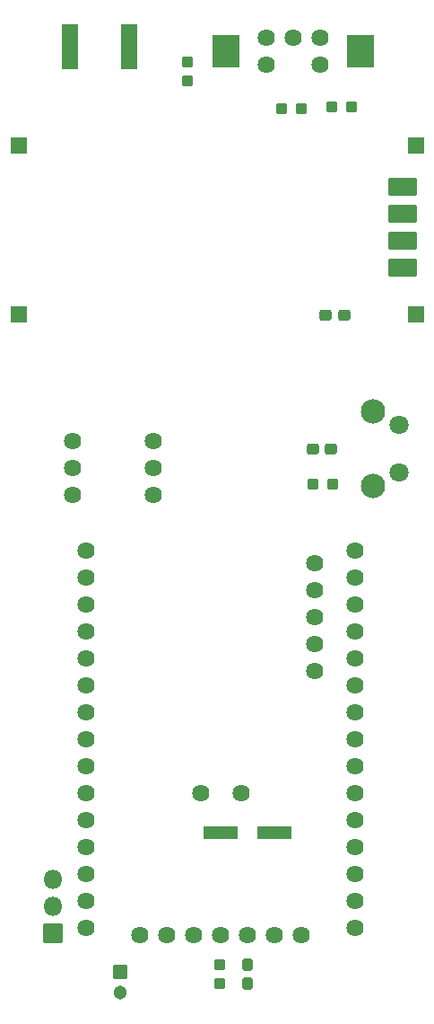
<source format=gbs>
G04 #@! TF.GenerationSoftware,KiCad,Pcbnew,6.0.11+dfsg-1*
G04 #@! TF.CreationDate,2024-11-16T17:39:08+02:00*
G04 #@! TF.ProjectId,lora_tracker,6c6f7261-5f74-4726-9163-6b65722e6b69,rev?*
G04 #@! TF.SameCoordinates,Original*
G04 #@! TF.FileFunction,Soldermask,Bot*
G04 #@! TF.FilePolarity,Negative*
%FSLAX46Y46*%
G04 Gerber Fmt 4.6, Leading zero omitted, Abs format (unit mm)*
G04 Created by KiCad (PCBNEW 6.0.11+dfsg-1) date 2024-11-16 17:39:08*
%MOMM*%
%LPD*%
G01*
G04 APERTURE LIST*
G04 Aperture macros list*
%AMRoundRect*
0 Rectangle with rounded corners*
0 $1 Rounding radius*
0 $2 $3 $4 $5 $6 $7 $8 $9 X,Y pos of 4 corners*
0 Add a 4 corners polygon primitive as box body*
4,1,4,$2,$3,$4,$5,$6,$7,$8,$9,$2,$3,0*
0 Add four circle primitives for the rounded corners*
1,1,$1+$1,$2,$3*
1,1,$1+$1,$4,$5*
1,1,$1+$1,$6,$7*
1,1,$1+$1,$8,$9*
0 Add four rect primitives between the rounded corners*
20,1,$1+$1,$2,$3,$4,$5,0*
20,1,$1+$1,$4,$5,$6,$7,0*
20,1,$1+$1,$6,$7,$8,$9,0*
20,1,$1+$1,$8,$9,$2,$3,0*%
G04 Aperture macros list end*
%ADD10RoundRect,0.051000X-0.600000X0.600000X-0.600000X-0.600000X0.600000X-0.600000X0.600000X0.600000X0*%
%ADD11C,1.302000*%
%ADD12C,2.302000*%
%ADD13C,1.802000*%
%ADD14C,1.626000*%
%ADD15RoundRect,0.051000X-1.250000X1.500000X-1.250000X-1.500000X1.250000X-1.500000X1.250000X1.500000X0*%
%ADD16RoundRect,0.051000X0.850000X0.850000X-0.850000X0.850000X-0.850000X-0.850000X0.850000X-0.850000X0*%
%ADD17O,1.802000X1.802000*%
%ADD18RoundRect,0.051000X0.675000X2.100000X-0.675000X2.100000X-0.675000X-2.100000X0.675000X-2.100000X0*%
%ADD19RoundRect,0.051000X0.750000X0.750000X-0.750000X0.750000X-0.750000X-0.750000X0.750000X-0.750000X0*%
%ADD20RoundRect,0.288500X-0.237500X0.300000X-0.237500X-0.300000X0.237500X-0.300000X0.237500X0.300000X0*%
%ADD21RoundRect,0.051000X1.270000X0.762000X-1.270000X0.762000X-1.270000X-0.762000X1.270000X-0.762000X0*%
%ADD22RoundRect,0.288500X-0.237500X0.250000X-0.237500X-0.250000X0.237500X-0.250000X0.237500X0.250000X0*%
%ADD23RoundRect,0.288500X-0.250000X-0.237500X0.250000X-0.237500X0.250000X0.237500X-0.250000X0.237500X0*%
%ADD24RoundRect,0.288500X0.300000X0.237500X-0.300000X0.237500X-0.300000X-0.237500X0.300000X-0.237500X0*%
%ADD25RoundRect,0.051000X-1.575000X-0.500000X1.575000X-0.500000X1.575000X0.500000X-1.575000X0.500000X0*%
%ADD26RoundRect,0.288500X0.250000X0.237500X-0.250000X0.237500X-0.250000X-0.237500X0.250000X-0.237500X0*%
G04 APERTURE END LIST*
D10*
X84455000Y-133094604D03*
D11*
X84455000Y-135094604D03*
D12*
X108335000Y-87320000D03*
X108335000Y-80320000D03*
D13*
X110835000Y-81570000D03*
X110835000Y-86070000D03*
D14*
X86360000Y-129627500D03*
X88900000Y-129627500D03*
X91440000Y-129627500D03*
X93980000Y-129627500D03*
X96520000Y-129627500D03*
X99060000Y-129627500D03*
X101600000Y-129627500D03*
X95885000Y-116292500D03*
X92075000Y-116292500D03*
X103417500Y-45077500D03*
X98337500Y-45077500D03*
X100877500Y-45077500D03*
D15*
X94527500Y-46347500D03*
X107227500Y-46347500D03*
D14*
X98337500Y-47617500D03*
X103417500Y-47617500D03*
X81280000Y-93432500D03*
X81280000Y-95972500D03*
X81280000Y-98512500D03*
X81280000Y-101052500D03*
X81280000Y-103592500D03*
X81280000Y-106132500D03*
X81280000Y-108672500D03*
X81280000Y-111212500D03*
X81280000Y-113752500D03*
X81280000Y-116292500D03*
X81280000Y-118832500D03*
X81280000Y-121372500D03*
X81280000Y-123912500D03*
X81280000Y-126452500D03*
X81280000Y-128992500D03*
X106680000Y-128992500D03*
X106680000Y-126452500D03*
X106680000Y-123912500D03*
X106680000Y-121372500D03*
X106680000Y-118832500D03*
X106680000Y-116292500D03*
X106680000Y-113752500D03*
X106680000Y-111212500D03*
X106680000Y-108672500D03*
X106680000Y-106132500D03*
X106680000Y-103592500D03*
X106680000Y-101052500D03*
X106680000Y-98512500D03*
X106680000Y-95972500D03*
X106680000Y-93432500D03*
D16*
X78105000Y-129525000D03*
D17*
X78105000Y-126985000D03*
X78105000Y-124445000D03*
D18*
X85375000Y-45937500D03*
X79725000Y-45937500D03*
D14*
X102870000Y-94615000D03*
X102870000Y-97155000D03*
X102870000Y-99695000D03*
X102870000Y-102235000D03*
X102870000Y-104775000D03*
D19*
X112395000Y-71120000D03*
X74930000Y-55245000D03*
D20*
X96520000Y-132487500D03*
X96520000Y-134212500D03*
D21*
X111125000Y-59142500D03*
X111125000Y-61682500D03*
X111125000Y-64222500D03*
X111125000Y-66762500D03*
D22*
X93865000Y-132437500D03*
X93865000Y-134262500D03*
D23*
X102730000Y-87185000D03*
X104555000Y-87185000D03*
D19*
X112395000Y-55245000D03*
D24*
X105637500Y-71260000D03*
X103912500Y-71260000D03*
D14*
X87630000Y-83118423D03*
X87630000Y-85658423D03*
X87630000Y-88198423D03*
X80010000Y-88198423D03*
X80010000Y-85658423D03*
X80010000Y-83118423D03*
D24*
X104411267Y-83820000D03*
X102686267Y-83820000D03*
D25*
X93995000Y-120015000D03*
X99045000Y-120015000D03*
D26*
X101600000Y-51735000D03*
X99775000Y-51735000D03*
D19*
X74930000Y-71120000D03*
D23*
X104497500Y-51625000D03*
X106322500Y-51625000D03*
D22*
X90805000Y-47347500D03*
X90805000Y-49172500D03*
M02*

</source>
